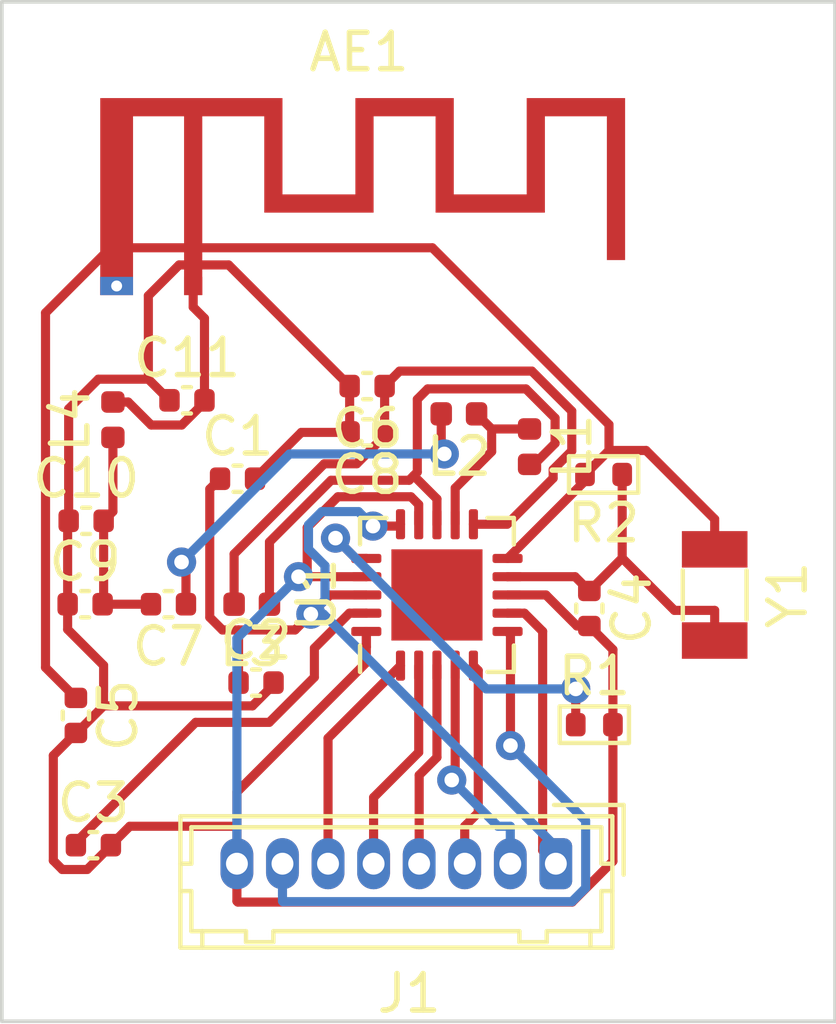
<source format=kicad_pcb>
(kicad_pcb (version 20221018) (generator pcbnew)
  (layers (0 "F.Cu" signal) (31 "B.Cu" signal) (34 "B.Paste" user) (35 "F.Paste" user) (36 "B.SilkS" user "B.Silkscreen") (37 "F.SilkS" user "F.Silkscreen") (38 "B.Mask" user) (39 "F.Mask" user) (44 "Edge.Cuts" user))
  (net 0 "")
  (net 1 "Net-(AE1-A)")
  (net 2 "VDD")
  (net 3 "GND")
  (net 4 "Net-(U1-DVDD)")
  (net 5 "Net-(U1-XC2)")
  (net 6 "Net-(U1-XC1)")
  (net 7 "Net-(U1-VDD_PA)")
  (net 8 "Net-(C7-Pad1)")
  (net 9 "Net-(C10-Pad2)")
  (net 10 "Net-(J1-Pin_2)")
  (net 11 "Net-(J1-Pin_3)")
  (net 12 "Net-(J1-Pin_4)")
  (net 13 "Net-(J1-Pin_5)")
  (net 14 "Net-(J1-Pin_6)")
  (net 15 "Net-(J1-Pin_7)")
  (net 16 "Net-(U1-ANT1)")
  (net 17 "Net-(U1-ANT2)")
  (net 18 "Net-(U1-IREF)")
  (footprint "Capacitor_SMD:C_0402_1005Metric" (layer "F.Cu") (at 151.247 82.413)
    (fp_text reference "C1" (at 0 -1.16) (layer "F.SilkS"))
    (fp_text value "10nf")
    (fp_line (start -0.107836 -0.36) (end 0.107836 -0.36) (stroke (width 0.12)) (layer "F.SilkS"))
    (fp_line (start -0.107836 0.36) (end 0.107836 0.36) (stroke (width 0.12)) (layer "F.SilkS"))
    (pad "1" smd roundrect (at -0.48 0) (size 0.56 0.62) (layers "F.Cu" "F.Paste" "F.Mask") (net 2 "VDD"))
    (pad "2" smd roundrect (at 0.48 0) (size 0.56 0.62) (layers "F.Cu" "F.Paste" "F.Mask") (net 3 "GND"))
  )
  (footprint "Capacitor_SMD:C_0402_1005Metric" (layer "F.Cu") (at 160.899 85.969 -90)
    (fp_text reference "C4" (at 0 -1.16 90) (layer "F.SilkS"))
    (fp_text value "22p")
    (fp_line (start -0.107836 -0.36) (end 0.107836 -0.36) (stroke (width 0.12)) (layer "F.SilkS"))
    (fp_line (start -0.107836 0.36) (end 0.107836 0.36) (stroke (width 0.12)) (layer "F.SilkS"))
    (pad "1" smd roundrect (at -0.48 0 270) (size 0.56 0.62) (layers "F.Cu" "F.Paste" "F.Mask") (net 5 "Net-(U1-XC2)"))
    (pad "2" smd roundrect (at 0.48 0 270) (size 0.56 0.62) (layers "F.Cu" "F.Paste" "F.Mask") (net 3 "GND"))
  )
  (footprint "Capacitor_SMD:C_0402_1005Metric" (layer "F.Cu") (at 151.755 88.001)
    (fp_text reference "C2" (at 0 -1.16) (layer "F.SilkS"))
    (fp_text value "1nf")
    (fp_line (start -0.107836 -0.36) (end 0.107836 -0.36) (stroke (width 0.12)) (layer "F.SilkS"))
    (fp_line (start -0.107836 0.36) (end 0.107836 0.36) (stroke (width 0.12)) (layer "F.SilkS"))
    (pad "1" smd roundrect (at -0.48 0) (size 0.56 0.62) (layers "F.Cu" "F.Paste" "F.Mask") (net 2 "VDD"))
    (pad "2" smd roundrect (at 0.48 0) (size 0.56 0.62) (layers "F.Cu" "F.Paste" "F.Mask") (net 3 "GND"))
  )
  (footprint "Capacitor_SMD:C_0402_1005Metric" (layer "F.Cu") (at 154.803 81.143 180)
    (fp_text reference "C8" (at 0 -1.16) (layer "F.SilkS"))
    (fp_text value "C_Small")
    (fp_line (start -0.107836 -0.36) (end 0.107836 -0.36) (stroke (width 0.12)) (layer "F.SilkS"))
    (fp_line (start -0.107836 0.36) (end 0.107836 0.36) (stroke (width 0.12)) (layer "F.SilkS"))
    (pad "1" smd roundrect (at -0.48 0 180) (size 0.56 0.62) (layers "F.Cu" "F.Paste" "F.Mask") (net 7 "Net-(U1-VDD_PA)"))
    (pad "2" smd roundrect (at 0.48 0 180) (size 0.56 0.62) (layers "F.Cu" "F.Paste" "F.Mask") (net 3 "GND"))
  )
  (footprint "Capacitor_SMD:C_0402_1005Metric" (layer "F.Cu") (at 149.352 85.852 180)
    (fp_text reference "C7" (at 0 -1.16) (layer "F.SilkS"))
    (fp_text value "1.5pf")
    (fp_line (start -0.107836 -0.36) (end 0.107836 -0.36) (stroke (width 0.12)) (layer "F.SilkS"))
    (fp_line (start -0.107836 0.36) (end 0.107836 0.36) (stroke (width 0.12)) (layer "F.SilkS"))
    (pad "1" smd roundrect (at -0.48 0 180) (size 0.56 0.62) (layers "F.Cu" "F.Paste" "F.Mask") (net 8 "Net-(C7-Pad1)"))
    (pad "2" smd roundrect (at 0.48 0 180) (size 0.56 0.62) (layers "F.Cu" "F.Paste" "F.Mask") (net 9 "Net-(C10-Pad2)"))
  )
  (footprint "Capacitor_SMD:C_0402_1005Metric" (layer "F.Cu") (at 149.86 80.264)
    (fp_text reference "C11" (at 0 -1.16) (layer "F.SilkS"))
    (fp_text value "Cx")
    (fp_line (start -0.107836 -0.36) (end 0.107836 -0.36) (stroke (width 0.12)) (layer "F.SilkS"))
    (fp_line (start -0.107836 0.36) (end 0.107836 0.36) (stroke (width 0.12)) (layer "F.SilkS"))
    (pad "1" smd roundrect (at -0.48 0) (size 0.56 0.62) (layers "F.Cu" "F.Paste" "F.Mask") (net 3 "GND"))
    (pad "2" smd roundrect (at 0.48 0) (size 0.56 0.62) (layers "F.Cu" "F.Paste" "F.Mask") (net 1 "Net-(AE1-A)"))
  )
  (footprint "Capacitor_SMD:C_0402_1005Metric" (layer "F.Cu") (at 147.094 83.566)
    (fp_text reference "C10" (at 0 -1.16) (layer "F.SilkS"))
    (fp_text value "Cx")
    (fp_line (start -0.107836 -0.36) (end 0.107836 -0.36) (stroke (width 0.12)) (layer "F.SilkS"))
    (fp_line (start -0.107836 0.36) (end 0.107836 0.36) (stroke (width 0.12)) (layer "F.SilkS"))
    (pad "1" smd roundrect (at -0.48 0) (size 0.56 0.62) (layers "F.Cu" "F.Paste" "F.Mask") (net 3 "GND"))
    (pad "2" smd roundrect (at 0.48 0) (size 0.56 0.62) (layers "F.Cu" "F.Paste" "F.Mask") (net 9 "Net-(C10-Pad2)"))
  )
  (footprint "Connector_Hirose:Hirose_DF13-08P-1.25DSA_1x08_P1.25mm_Vertical" (layer "F.Cu") (at 159.98 92.964 180)
    (fp_text reference "J1" (at 4.024 -3.556) (layer "F.SilkS"))
    (fp_text value "Conn_01x08_Pin")
    (fp_line (start -1.86 -0.3) (end -1.86 1.61) (stroke (width 0.12)) (layer "F.SilkS"))
    (fp_line (start -1.86 1.61) (end 0.05 1.61) (stroke (width 0.12)) (layer "F.SilkS"))
    (fp_line (start -1.55 -2.3) (end -1.55 1.3) (stroke (width 0.12)) (layer "F.SilkS"))
    (fp_line (start -1.55 -0.75) (end -1.25 -0.75) (stroke (width 0.12)) (layer "F.SilkS"))
    (fp_line (start -1.55 0) (end -1.25 0) (stroke (width 0.12)) (layer "F.SilkS"))
    (fp_line (start -1.55 1.3) (end 10.3 1.3) (stroke (width 0.12)) (layer "F.SilkS"))
    (fp_line (start -1.25 -1.85) (end -0.95 -1.85) (stroke (width 0.12)) (layer "F.SilkS"))
    (fp_line (start -1.25 -0.75) (end -1.25 -1.85) (stroke (width 0.12)) (layer "F.SilkS"))
    (fp_line (start -1.25 0) (end -1.25 1) (stroke (width 0.12)) (layer "F.SilkS"))
    (fp_line (start -1.25 1) (end 10 1) (stroke (width 0.12)) (layer "F.SilkS"))
    (fp_line (start -0.95 -1.85) (end -0.95 -2.3) (stroke (width 0.12)) (layer "F.SilkS"))
    (fp_line (start -0.95 -1.85) (end 0.25 -1.85) (stroke (width 0.12)) (layer "F.SilkS"))
    (fp_line (start 0.25 -2.15) (end 1 -2.15) (stroke (width 0.12)) (layer "F.SilkS"))
    (fp_line (start 0.25 -1.85) (end 0.25 -2.15) (stroke (width 0.12)) (layer "F.SilkS"))
    (fp_line (start 1 -2.15) (end 1 -1.85) (stroke (width 0.12)) (layer "F.SilkS"))
    (fp_line (start 1 -1.85) (end 7.75 -1.85) (stroke (width 0.12)) (layer "F.SilkS"))
    (fp_line (start 7.75 -2.15) (end 8.5 -2.15) (stroke (width 0.12)) (layer "F.SilkS"))
    (fp_line (start 7.75 -1.85) (end 7.75 -2.15) (stroke (width 0.12)) (layer "F.SilkS"))
    (fp_line (start 8.5 -2.15) (end 8.5 -1.85) (stroke (width 0.12)) (layer "F.SilkS"))
    (fp_line (start 8.5 -1.85) (end 9.7 -1.85) (stroke (width 0.12)) (layer "F.SilkS"))
    (fp_line (start 9.7 -1.85) (end 9.7 -2.3) (stroke (width 0.12)) (layer "F.SilkS"))
    (fp_line (start 10 -1.85) (end 9.7 -1.85) (stroke (width 0.12)) (layer "F.SilkS"))
    (fp_line (start 10 -0.75) (end 10 -1.85) (stroke (width 0.12)) (layer "F.SilkS"))
    (fp_line (start 10 0) (end 10.3 0) (stroke (width 0.12)) (layer "F.SilkS"))
    (fp_line (start 10 1) (end 10 0) (stroke (width 0.12)) (layer "F.SilkS"))
    (fp_line (start 10.3 -2.3) (end -1.55 -2.3) (stroke (width 0.12)) (layer "F.SilkS"))
    (fp_line (start 10.3 -0.75) (end 10 -0.75) (stroke (width 0.12)) (layer "F.SilkS"))
    (fp_line (start 10.3 1.3) (end 10.3 -2.3) (stroke (width 0.12)) (layer "F.SilkS"))
    (pad "1" thru_hole roundrect (at 0 0 180) (size 0.9 1.4) (drill 0.6) (layers "*.Cu" "*.Mask") (net 2 "VDD"))
    (pad "2" thru_hole oval (at 1.25 0 180) (size 0.9 1.4) (drill 0.6) (layers "*.Cu" "*.Mask") (net 10 "Net-(J1-Pin_2)"))
    (pad "3" thru_hole oval (at 2.5 0 180) (size 0.9 1.4) (drill 0.6) (layers "*.Cu" "*.Mask") (net 11 "Net-(J1-Pin_3)"))
    (pad "4" thru_hole oval (at 3.75 0 180) (size 0.9 1.4) (drill 0.6) (layers "*.Cu" "*.Mask") (net 12 "Net-(J1-Pin_4)"))
    (pad "5" thru_hole oval (at 5 0 180) (size 0.9 1.4) (drill 0.6) (layers "*.Cu" "*.Mask") (net 13 "Net-(J1-Pin_5)"))
    (pad "6" thru_hole oval (at 6.25 0 180) (size 0.9 1.4) (drill 0.6) (layers "*.Cu" "*.Mask") (net 14 "Net-(J1-Pin_6)"))
    (pad "7" thru_hole oval (at 7.5 0 180) (size 0.9 1.4) (drill 0.6) (layers "*.Cu" "*.Mask") (net 15 "Net-(J1-Pin_7)"))
    (pad "8" thru_hole oval (at 8.75 0 180) (size 0.9 1.4) (drill 0.6) (layers "*.Cu" "*.Mask") (net 3 "GND"))
  )
  (footprint "Capacitor_SMD:C_0402_1005Metric" (layer "F.Cu") (at 147.066 85.852)
    (fp_text reference "C9" (at 0 -1.16) (layer "F.SilkS"))
    (fp_text value "1pf")
    (fp_line (start -0.107836 -0.36) (end 0.107836 -0.36) (stroke (width 0.12)) (layer "F.SilkS"))
    (fp_line (start -0.107836 0.36) (end 0.107836 0.36) (stroke (width 0.12)) (layer "F.SilkS"))
    (pad "1" smd roundrect (at -0.48 0) (size 0.56 0.62) (layers "F.Cu" "F.Paste" "F.Mask") (net 3 "GND"))
    (pad "2" smd roundrect (at 0.48 0) (size 0.56 0.62) (layers "F.Cu" "F.Paste" "F.Mask") (net 9 "Net-(C10-Pad2)"))
  )
  (footprint "Capacitor_SMD:C_0402_1005Metric" (layer "F.Cu") (at 146.812 88.9 -90)
    (fp_text reference "C5" (at 0 -1.16 90) (layer "F.SilkS"))
    (fp_text value "22p")
    (fp_line (start -0.107836 -0.36) (end 0.107836 -0.36) (stroke (width 0.12)) (layer "F.SilkS"))
    (fp_line (start -0.107836 0.36) (end 0.107836 0.36) (stroke (width 0.12)) (layer "F.SilkS"))
    (pad "1" smd roundrect (at -0.48 0 270) (size 0.56 0.62) (layers "F.Cu" "F.Paste" "F.Mask") (net 6 "Net-(U1-XC1)"))
    (pad "2" smd roundrect (at 0.48 0 270) (size 0.56 0.62) (layers "F.Cu" "F.Paste" "F.Mask") (net 3 "GND"))
  )
  (footprint "Inductor_SMD:L_0402_1005Metric" (layer "F.Cu") (at 151.638 85.852 180)
    (fp_text reference "L3" (at 0 -1.17) (layer "F.SilkS"))
    (fp_text value "2.7nH")
    (pad "1" smd roundrect (at -0.485 0 180) (size 0.59 0.64) (layers "F.Cu" "F.Paste" "F.Mask") (net 17 "Net-(U1-ANT2)"))
    (pad "2" smd roundrect (at 0.485 0 180) (size 0.59 0.64) (layers "F.Cu" "F.Paste" "F.Mask") (net 7 "Net-(U1-VDD_PA)"))
  )
  (footprint "Capacitor_SMD:C_0402_1005Metric" (layer "F.Cu") (at 154.803 79.873 180)
    (fp_text reference "C6" (at 0 -1.16) (layer "F.SilkS"))
    (fp_text value "C_Small")
    (fp_line (start -0.107836 -0.36) (end 0.107836 -0.36) (stroke (width 0.12)) (layer "F.SilkS"))
    (fp_line (start -0.107836 0.36) (end 0.107836 0.36) (stroke (width 0.12)) (layer "F.SilkS"))
    (pad "1" smd roundrect (at -0.48 0 180) (size 0.56 0.62) (layers "F.Cu" "F.Paste" "F.Mask") (net 7 "Net-(U1-VDD_PA)"))
    (pad "2" smd roundrect (at 0.48 0 180) (size 0.56 0.62) (layers "F.Cu" "F.Paste" "F.Mask") (net 3 "GND"))
  )
  (footprint "Inductor_SMD:L_0402_1005Metric" (layer "F.Cu") (at 159.258 81.534 -90)
    (fp_text reference "L1" (at 0 -1.17 90) (layer "F.SilkS"))
    (fp_text value "8.2nH")
    (pad "1" smd roundrect (at -0.485 0 270) (size 0.59 0.64) (layers "F.Cu" "F.Paste" "F.Mask") (net 16 "Net-(U1-ANT1)"))
    (pad "2" smd roundrect (at 0.485 0 270) (size 0.59 0.64) (layers "F.Cu" "F.Paste" "F.Mask") (net 17 "Net-(U1-ANT2)"))
  )
  (footprint "RF_Antenna:Texas_SWRA117D_2.4GHz_Right" (layer "F.Cu") (at 150.03 77.13)
    (fp_text reference "AE1" (at 4.55 -6.41) (layer "F.SilkS"))
    (fp_text value "Antenna")
    (fp_poly (pts (xy 2.45 -2.51) (xy 4.45 -2.51) (xy 4.45 -5.15) (xy 7.15 -5.15) (xy 7.15 -2.51) (xy 9.15 -2.51) (xy 9.15 -5.15) (xy 11.85 -5.15) (xy 11.85 -0.71) (xy 11.35 -0.71) (xy 11.35 -4.65) (xy 9.65 -4.65) (xy 9.65 -2.01) (xy 6.65 -2.01) (xy 6.65 -4.65) (xy 4.95 -4.65) (xy 4.95 -2.01) (xy 1.95 -2.01) (xy 1.95 -4.65) (xy 0.25 -4.65) (xy 0.25 0.25) (xy -0.25 0.25) (xy -0.25 -4.65) (xy -1.65 -4.65) (xy -1.65 0.25) (xy -2.55 0.25) (xy -2.55 0.006785) (xy -2.247583 0.006785) (xy -2.237742 0.054395) (xy -2.213674 0.096797) (xy -2.175731 0.129581) (xy -2.167819 0.133935) (xy -2.125156 0.146043) (xy -2.076637 0.1453) (xy -2.031122 0.1324) (xy -2.012511 0.121787) (xy -1.978868 0.086553) (xy -1.958309 0.041368) (xy -1.951778 -0.008158) (xy -1.960218 -0.056417) (xy -1.977112 -0.088643) (xy -2.012372 -0.121313) (xy -2.057682 -0.141408) (xy -2.107267 -0.147982) (xy -2.155353 -0.140092) (xy -2.188245 -0.123186) (xy -2.223185 -0.086416) (xy -2.242847 -0.041622) (xy -2.247583 0.006785) (xy -2.55 0.006785) (xy -2.55 -5.15) (xy 2.45 -5.15) (xy 2.45 -2.51)) (fill solid) (layer "F.Cu"))
    (pad "1" connect rect (at 0 0) (size 0.5 0.5) (layers "F.Cu") (net 1 "Net-(AE1-A)"))
    (pad "2" thru_hole rect (at -2.1 0) (size 0.9 0.5) (drill 0.3) (layers "*.Cu"))
  )
  (footprint "Inductor_SMD:L_0402_1005Metric" (layer "F.Cu") (at 147.828 80.795 90)
    (fp_text reference "L4" (at 0 -1.17 90) (layer "F.SilkS"))
    (fp_text value "Lx")
    (pad "1" smd roundrect (at -0.485 0 90) (size 0.59 0.64) (layers "F.Cu" "F.Paste" "F.Mask") (net 9 "Net-(C10-Pad2)"))
    (pad "2" smd roundrect (at 0.485 0 90) (size 0.59 0.64) (layers "F.Cu" "F.Paste" "F.Mask") (net 1 "Net-(AE1-A)"))
  )
  (footprint "Crystal:Crystal_SMD_3215-2Pin_3.2x1.5mm" (layer "F.Cu") (at 164.338 85.598 -90)
    (fp_text reference "Y1" (at 0 -2 90) (layer "F.SilkS"))
    (fp_text value "16MHz")
    (fp_line (start -0.675 -0.875) (end 0.675 -0.875) (stroke (width 0.12)) (layer "F.SilkS"))
    (fp_line (start -0.675 0.875) (end 0.675 0.875) (stroke (width 0.12)) (layer "F.SilkS"))
    (pad "1" smd rect (at 1.25 0 270) (size 1 1.8) (layers "F.Cu" "F.Paste" "F.Mask") (net 5 "Net-(U1-XC2)"))
    (pad "2" smd rect (at -1.25 0 270) (size 1 1.8) (layers "F.Cu" "F.Paste" "F.Mask") (net 6 "Net-(U1-XC1)"))
  )
  (footprint "Capacitor_SMD:C_0402_1005Metric" (layer "F.Cu") (at 147.292 92.456)
    (fp_text reference "C3" (at 0 -1.16) (layer "F.SilkS"))
    (fp_text value "33nf")
    (fp_line (start -0.107836 -0.36) (end 0.107836 -0.36) (stroke (width 0.12)) (layer "F.SilkS"))
    (fp_line (start -0.107836 0.36) (end 0.107836 0.36) (stroke (width 0.12)) (layer "F.SilkS"))
    (pad "1" smd roundrect (at -0.48 0) (size 0.56 0.62) (layers "F.Cu" "F.Paste" "F.Mask") (net 4 "Net-(U1-DVDD)"))
    (pad "2" smd roundrect (at 0.48 0) (size 0.56 0.62) (layers "F.Cu" "F.Paste" "F.Mask") (net 3 "GND"))
  )
  (footprint "Inductor_SMD:L_0402_1005Metric" (layer "F.Cu") (at 157.32 80.635 180)
    (fp_text reference "L2" (at 0 -1.17) (layer "F.SilkS"))
    (fp_text value "3.9nH")
    (pad "1" smd roundrect (at -0.485 0 180) (size 0.59 0.64) (layers "F.Cu" "F.Paste" "F.Mask") (net 16 "Net-(U1-ANT1)"))
    (pad "2" smd roundrect (at 0.485 0 180) (size 0.59 0.64) (layers "F.Cu" "F.Paste" "F.Mask") (net 8 "Net-(C7-Pad1)"))
  )
  (footprint "PCM_Resistor_SMD_AKL:R_0402_1005Metric" (layer "F.Cu") (at 161.036 89.154)
    (fp_text reference "R1" (at 0 -1.3335) (layer "F.SilkS"))
    (fp_text value "22k" hide)
    (fp_line (start -0.95 -0.5) (end -0.95 0.5) (stroke (width 0.12)) (layer "F.SilkS"))
    (fp_line (start -0.95 0.5) (end 0.95 0.5) (stroke (width 0.12)) (layer "F.SilkS"))
    (fp_line (start 0.95 -0.5) (end -0.95 -0.5) (stroke (width 0.12)) (layer "F.SilkS"))
    (fp_line (start 0.95 0.5) (end 0.95 -0.5) (stroke (width 0.12)) (layer "F.SilkS"))
    (pad "1" smd roundrect (at -0.51 0) (size 0.54 0.64) (layers "F.Cu" "F.Paste" "F.Mask") (net 18 "Net-(U1-IREF)"))
    (pad "2" smd roundrect (at 0.51 0) (size 0.54 0.64) (layers "F.Cu" "F.Paste" "F.Mask") (net 3 "GND"))
  )
  (footprint "Package_DFN_QFN:QFN-20-1EP_4x4mm_P0.5mm_EP2.5x2.5mm" (layer "F.Cu") (at 156.718 85.598 90)
    (fp_text reference "U1" (at 0 -3.3 90) (layer "F.SilkS"))
    (fp_text value "NRF24L01")
    (fp_line (start -2.11 2.11) (end -2.11 1.385) (stroke (width 0.12)) (layer "F.SilkS"))
    (fp_line (start -1.385 -2.11) (end -2.11 -2.11) (stroke (width 0.12)) (layer "F.SilkS"))
    (fp_line (start -1.385 2.11) (end -2.11 2.11) (stroke (width 0.12)) (layer "F.SilkS"))
    (fp_line (start 1.385 -2.11) (end 2.11 -2.11) (stroke (width 0.12)) (layer "F.SilkS"))
    (fp_line (start 1.385 2.11) (end 2.11 2.11) (stroke (width 0.12)) (layer "F.SilkS"))
    (fp_line (start 2.11 -2.11) (end 2.11 -1.385) (stroke (width 0.12)) (layer "F.SilkS"))
    (fp_line (start 2.11 2.11) (end 2.11 1.385) (stroke (width 0.12)) (layer "F.SilkS"))
    (pad "1" smd roundrect (at -1.9375 -1 90) (size 0.825 0.25) (layers "F.Cu" "F.Paste" "F.Mask") (net 14 "Net-(J1-Pin_6)"))
    (pad "2" smd roundrect (at -1.9375 -0.5 90) (size 0.825 0.25) (layers "F.Cu" "F.Paste" "F.Mask") (net 13 "Net-(J1-Pin_5)"))
    (pad "3" smd roundrect (at -1.9375 0 90) (size 0.825 0.25) (layers "F.Cu" "F.Paste" "F.Mask") (net 12 "Net-(J1-Pin_4)"))
    (pad "4" smd roundrect (at -1.9375 0.5 90) (size 0.825 0.25) (layers "F.Cu" "F.Paste" "F.Mask") (net 10 "Net-(J1-Pin_2)"))
    (pad "5" smd roundrect (at -1.9375 1 90) (size 0.825 0.25) (layers "F.Cu" "F.Paste" "F.Mask") (net 11 "Net-(J1-Pin_3)"))
    (pad "6" smd roundrect (at -1 1.9375 90) (size 0.25 0.825) (layers "F.Cu" "F.Paste" "F.Mask") (net 15 "Net-(J1-Pin_7)"))
    (pad "7" smd roundrect (at -0.5 1.9375 90) (size 0.25 0.825) (layers "F.Cu" "F.Paste" "F.Mask") (net 2 "VDD"))
    (pad "8" smd roundrect (at 0 1.9375 90) (size 0.25 0.825) (layers "F.Cu" "F.Paste" "F.Mask") (net 3 "GND"))
    (pad "9" smd roundrect (at 0.5 1.9375 90) (size 0.25 0.825) (layers "F.Cu" "F.Paste" "F.Mask") (net 5 "Net-(U1-XC2)"))
    (pad "10" smd roundrect (at 1 1.9375 90) (size 0.25 0.825) (layers "F.Cu" "F.Paste" "F.Mask") (net 6 "Net-(U1-XC1)"))
    (pad "11" smd roundrect (at 1.9375 1 90) (size 0.825 0.25) (layers "F.Cu" "F.Paste" "F.Mask") (net 7 "Net-(U1-VDD_PA)"))
    (pad "12" smd roundrect (at 1.9375 0.5 90) (size 0.825 0.25) (layers "F.Cu" "F.Paste" "F.Mask") (net 16 "Net-(U1-ANT1)"))
    (pad "13" smd roundrect (at 1.9375 0 90) (size 0.825 0.25) (layers "F.Cu" "F.Paste" "F.Mask") (net 17 "Net-(U1-ANT2)"))
    (pad "14" smd roundrect (at 1.9375 -0.5 90) (size 0.825 0.25) (layers "F.Cu" "F.Paste" "F.Mask") (net 3 "GND"))
    (pad "15" smd roundrect (at 1.9375 -1 90) (size 0.825 0.25) (layers "F.Cu" "F.Paste" "F.Mask") (net 2 "VDD"))
    (pad "16" smd roundrect (at 1 -1.9375 90) (size 0.25 0.825) (layers "F.Cu" "F.Paste" "F.Mask") (net 18 "Net-(U1-IREF)"))
    (pad "17" smd roundrect (at 0.5 -1.9375 90) (size 0.25 0.825) (layers "F.Cu" "F.Paste" "F.Mask") (net 3 "GND"))
    (pad "18" smd roundrect (at 0 -1.9375 90) (size 0.25 0.825) (layers "F.Cu" "F.Paste" "F.Mask") (net 2 "VDD"))
    (pad "19" smd roundrect (at -0.5 -1.9375 90) (size 0.25 0.825) (layers "F.Cu" "F.Paste" "F.Mask") (net 4 "Net-(U1-DVDD)"))
    (pad "20" smd roundrect (at -1 -1.9375 90) (size 0.25 0.825) (layers "F.Cu" "F.Paste" "F.Mask") (net 3 "GND"))
    (pad "21" smd rect (at 0 0 90) (size 2.5 2.5) (layers "F.Cu" "F.Mask"))
  )
  (footprint "PCM_Resistor_SMD_AKL:R_0402_1005Metric" (layer "F.Cu") (at 161.29 82.296 180)
    (fp_text reference "R2" (at 0 -1.3335) (layer "F.SilkS"))
    (fp_text value "10M" hide)
    (fp_line (start -0.95 -0.5) (end -0.95 0.5) (stroke (width 0.12)) (layer "F.SilkS"))
    (fp_line (start -0.95 0.5) (end 0.95 0.5) (stroke (width 0.12)) (layer "F.SilkS"))
    (fp_line (start 0.95 -0.5) (end -0.95 -0.5) (stroke (width 0.12)) (layer "F.SilkS"))
    (fp_line (start 0.95 0.5) (end 0.95 -0.5) (stroke (width 0.12)) (layer "F.SilkS"))
    (pad "1" smd roundrect (at -0.51 0 180) (size 0.54 0.64) (layers "F.Cu" "F.Paste" "F.Mask") (net 5 "Net-(U1-XC2)"))
    (pad "2" smd roundrect (at 0.51 0 180) (size 0.54 0.64) (layers "F.Cu" "F.Paste" "F.Mask") (net 6 "Net-(U1-XC1)"))
  )
  (gr_line (start 167.64 97.282) (end 144.78 97.282) (stroke (width 0.1)) (layer "Edge.Cuts"))
  (gr_line (start 167.64 69.342) (end 167.64 97.282) (stroke (width 0.1)) (layer "Edge.Cuts"))
  (gr_line (start 144.78 97.282) (end 144.78 69.342) (stroke (width 0.1)) (layer "Edge.Cuts"))
  (gr_line (start 144.78 69.342) (end 167.64 69.342) (stroke (width 0.1)) (layer "Edge.Cuts"))
  (segment (start 148.246 80.31) (end 147.828 80.31) (width 0.25) (layer "F.Cu") (net 1))
  (segment (start 149.716 80.9413) (end 148.878 80.9413) (width 0.25) (layer "F.Cu") (net 1))
  (segment (start 150.34 80.264) (end 150.34 80.3176) (width 0.25) (layer "F.Cu") (net 1))
  (segment (start 150.34 80.3176) (end 149.716 80.9413) (width 0.25) (layer "F.Cu") (net 1))
  (segment (start 150.34 78.0169) (end 150.34 80.264) (width 0.25) (layer "F.Cu") (net 1))
  (segment (start 150.03 77.13) (end 150.03 77.7069) (width 0.25) (layer "F.Cu") (net 1))
  (segment (start 148.878 80.9413) (end 148.246 80.31) (width 0.25) (layer "F.Cu") (net 1))
  (segment (start 150.03 77.7069) (end 150.34 78.0169) (width 0.25) (layer "F.Cu") (net 1))
  (segment (start 153.258 86.1242) (end 152.824 86.5582) (width 0.25) (layer "F.Cu") (net 2))
  (segment (start 155.667 83.7111) (end 155.718 83.6605) (width 0.25) (layer "F.Cu") (net 2))
  (segment (start 150.832 86.5582) (end 150.485 86.2116) (width 0.25) (layer "F.Cu") (net 2))
  (segment (start 150.485 86.2116) (end 150.485 82.695) (width 0.25) (layer "F.Cu") (net 2))
  (segment (start 153.784 85.598) (end 153.258 86.1242) (width 0.25) (layer "F.Cu") (net 2))
  (segment (start 159.119 86.098) (end 158.656 86.098) (width 0.25) (layer "F.Cu") (net 2))
  (segment (start 151.275 86.5582) (end 151.275 88.001) (width 0.25) (layer "F.Cu") (net 2))
  (segment (start 159.618 86.5972) (end 159.119 86.098) (width 0.25) (layer "F.Cu") (net 2))
  (segment (start 159.618 92.6023) (end 159.618 86.5972) (width 0.25) (layer "F.Cu") (net 2))
  (segment (start 154.78 85.598) (end 154.7805 85.598) (width 0.25) (layer "F.Cu") (net 2))
  (segment (start 159.98 92.964) (end 159.618 92.6023) (width 0.25) (layer "F.Cu") (net 2))
  (segment (start 152.824 86.5582) (end 151.275 86.5582) (width 0.25) (layer "F.Cu") (net 2))
  (segment (start 150.485 82.695) (end 150.767 82.413) (width 0.25) (layer "F.Cu") (net 2))
  (segment (start 151.275 86.5582) (end 150.832 86.5582) (width 0.25) (layer "F.Cu") (net 2))
  (segment (start 154.963 83.7111) (end 155.667 83.7111) (width 0.25) (layer "F.Cu") (net 2))
  (segment (start 154.78 85.598) (end 153.784 85.598) (width 0.25) (layer "F.Cu") (net 2))
  (segment (start 158.656 86.098) (end 158.6555 86.098) (width 0.25) (layer "F.Cu") (net 2))
  (via (at 153.258 86.1242) (size 0.8) (drill 0.4) (layers "F.Cu" "B.Cu") (net 2))
  (via (at 154.963 83.7111) (size 0.8) (drill 0.4) (layers "F.Cu" "B.Cu") (net 2))
  (segment (start 153.647 84.797) (end 153.194 84.3443) (width 0.25) (layer "B.Cu") (net 2))
  (segment (start 153.194 83.6765) (end 153.557 83.3138) (width 0.25) (layer "B.Cu") (net 2))
  (segment (start 153.606 86.1242) (end 153.258 86.1242) (width 0.25) (layer "B.Cu") (net 2))
  (segment (start 153.258 86.1242) (end 153.647 85.7355) (width 0.25) (layer "B.Cu") (net 2))
  (segment (start 159.98 92.4983) (end 153.606 86.1242) (width 0.25) (layer "B.Cu") (net 2))
  (segment (start 153.194 84.3443) (end 153.194 83.6765) (width 0.25) (layer "B.Cu") (net 2))
  (segment (start 154.566 83.3138) (end 154.963 83.7111) (width 0.25) (layer "B.Cu") (net 2))
  (segment (start 159.98 92.964) (end 159.98 92.4983) (width 0.25) (layer "B.Cu") (net 2))
  (segment (start 153.557 83.3138) (end 154.566 83.3138) (width 0.25) (layer "B.Cu") (net 2))
  (segment (start 153.647 85.7355) (end 153.647 84.797) (width 0.25) (layer "B.Cu") (net 2))
  (segment (start 146.193 89.9993) (end 146.812 89.38) (width 0.25) (layer "F.Cu") (net 3))
  (segment (start 147.772 92.473) (end 147.122 93.1229) (width 0.25) (layer "F.Cu") (net 3))
  (segment (start 149.645 76.5531) (end 148.8 77.3974) (width 0.25) (layer "F.Cu") (net 3))
  (segment (start 161.546 87.096) (end 160.899 86.449) (width 0.25) (layer "F.Cu") (net 3))
  (segment (start 147.428 79.6843) (end 146.614 80.4979) (width 0.25) (layer "F.Cu") (net 3))
  (segment (start 147.772 92.456) (end 148.291 91.9371) (width 0.25) (layer "F.Cu") (net 3))
  (segment (start 146.586 86.543) (end 146.586 85.852) (width 0.25) (layer "F.Cu") (net 3))
  (segment (start 147.772 92.456) (end 147.772 92.473) (width 0.25) (layer "F.Cu") (net 3))
  (segment (start 151.23 91.9371) (end 151.23 91.0003) (width 0.25) (layer "F.Cu") (net 3))
  (segment (start 156.005 82.9073) (end 156.218 83.1207) (width 0.25) (layer "F.Cu") (net 3))
  (segment (start 151.23 91.0003) (end 154.78 87.4498) (width 0.25) (layer "F.Cu") (net 3))
  (segment (start 151.255 94.0158) (end 160.427 94.0158) (width 0.25) (layer "F.Cu") (net 3))
  (segment (start 153.158 83.7495) (end 154.001 82.9073) (width 0.25) (layer "F.Cu") (net 3))
  (segment (start 151.23 92.964) (end 151.23 93.9909) (width 0.25) (layer "F.Cu") (net 3))
  (segment (start 154.78 87.0239) (end 154.78 86.598) (width 0.25) (layer "F.Cu") (net 3))
  (segment (start 154.323 79.873) (end 151.003 76.5531) (width 0.25) (layer "F.Cu") (net 3))
  (segment (start 151.23 92.964) (end 151.23 91.9371) (width 0.25) (layer "F.Cu") (net 3))
  (segment (start 147.122 93.1229) (end 146.438 93.1229) (width 0.25) (layer "F.Cu") (net 3))
  (segment (start 146.193 92.8779) (end 146.193 89.9993) (width 0.25) (layer "F.Cu") (net 3))
  (segment (start 146.614 80.4979) (end 146.614 83.566) (width 0.25) (layer "F.Cu") (net 3))
  (segment (start 153.158 85.0981) (end 153.158 85.098) (width 0.25) (layer "F.Cu") (net 3))
  (segment (start 151.003 76.5531) (end 149.645 76.5531) (width 0.25) (layer "F.Cu") (net 3))
  (segment (start 152.235 88.0592) (end 152.235 88.001) (width 0.25) (layer "F.Cu") (net 3))
  (segment (start 154.78 85.098) (end 154.7805 85.098) (width 0.25) (layer "F.Cu") (net 3))
  (segment (start 160.559 86.449) (end 159.708 85.598) (width 0.25) (layer "F.Cu") (net 3))
  (segment (start 154.78 87.4498) (end 154.78 87.0239) (width 0.25) (layer "F.Cu") (net 3))
  (segment (start 154.78 87.0239) (end 154.7805 87.0234) (width 0.25) (layer "F.Cu") (net 3))
  (segment (start 149.38 80.264) (end 148.8 79.6843) (width 0.25) (layer "F.Cu") (net 3))
  (segment (start 154.323 79.873) (end 154.323 81.143) (width 0.25) (layer "F.Cu") (net 3))
  (segment (start 146.586 83.594) (end 146.586 85.852) (width 0.25) (layer "F.Cu") (net 3))
  (segment (start 151.656 88.6384) (end 152.235 88.0592) (width 0.25) (layer "F.Cu") (net 3))
  (segment (start 158.656 85.598) (end 158.6555 85.598) (width 0.25) (layer "F.Cu") (net 3))
  (segment (start 146.438 93.1229) (end 146.193 92.8779) (width 0.25) (layer "F.Cu") (net 3))
  (segment (start 147.573 88.6384) (end 147.573 87.5299) (width 0.25) (layer "F.Cu") (net 3))
  (segment (start 161.546 92.8964) (end 161.546 89.154) (width 0.25) (layer "F.Cu") (net 3))
  (segment (start 148.8 77.3974) (end 148.8 79.6843) (width 0.25) (layer "F.Cu") (net 3))
  (segment (start 154.001 82.9073) (end 156.005 82.9073) (width 0.25) (layer "F.Cu") (net 3))
  (segment (start 161.546 89.154) (end 161.546 87.096) (width 0.25) (layer "F.Cu") (net 3))
  (segment (start 146.812 89.38) (end 146.831 89.38) (width 0.25) (layer "F.Cu") (net 3))
  (segment (start 153.158 85.098) (end 153.158 83.7495) (width 0.25) (layer "F.Cu") (net 3))
  (segment (start 152.92 85.0981) (end 153.158 85.0981) (width 0.25) (layer "F.Cu") (net 3))
  (segment (start 147.573 87.5299) (end 146.586 86.543) (width 0.25) (layer "F.Cu") (net 3))
  (segment (start 148.291 91.9371) (end 151.23 91.9371) (width 0.25) (layer "F.Cu") (net 3))
  (segment (start 148.8 79.6843) (end 147.428 79.6843) (width 0.25) (layer "F.Cu") (net 3))
  (segment (start 152.997 81.143) (end 154.323 81.143) (width 0.25) (layer "F.Cu") (net 3))
  (segment (start 146.614 83.566) (end 146.586 83.594) (width 0.25) (layer "F.Cu") (net 3))
  (segment (start 160.427 94.0158) (end 161.546 92.8964) (width 0.25) (layer "F.Cu") (net 3))
  (segment (start 154.78 85.098) (end 153.158 85.098) (width 0.25) (layer "F.Cu") (net 3))
  (segment (start 160.899 86.449) (end 160.559 86.449) (width 0.25) (layer "F.Cu") (net 3))
  (segment (start 147.573 88.6384) (end 151.656 88.6384) (width 0.25) (layer "F.Cu") (net 3))
  (segment (start 154.7805 87.0234) (end 154.7805 86.598) (width 0.25) (layer "F.Cu") (net 3))
  (segment (start 159.708 85.598) (end 158.656 85.598) (width 0.25) (layer "F.Cu") (net 3))
  (segment (start 151.727 82.413) (end 152.997 81.143) (width 0.25) (layer "F.Cu") (net 3))
  (segment (start 156.218 83.1207) (end 156.218 83.6605) (width 0.25) (layer "F.Cu") (net 3))
  (segment (start 151.23 93.9909) (end 151.255 94.0158) (width 0.25) (layer "F.Cu") (net 3))
  (segment (start 146.831 89.38) (end 147.573 88.6384) (width 0.25) (layer "F.Cu") (net 3))
  (via (at 152.92 85.0981) (size 0.8) (drill 0.4) (layers "F.Cu" "B.Cu") (net 3))
  (segment (start 151.23 92.964) (end 151.23 86.7881) (width 0.25) (layer "B.Cu") (net 3))
  (segment (start 151.23 86.7881) (end 152.92 85.0981) (width 0.25) (layer "B.Cu") (net 3))
  (segment (start 146.812 92.376) (end 150.098 89.0903) (width 0.25) (layer "F.Cu") (net 4))
  (segment (start 154.78 86.098) (end 154.7805 86.098) (width 0.25) (layer "F.Cu") (net 4))
  (segment (start 153.355 87.8519) (end 153.355 87.0575) (width 0.25) (layer "F.Cu") (net 4))
  (segment (start 152.117 89.0903) (end 153.355 87.8519) (width 0.25) (layer "F.Cu") (net 4))
  (segment (start 150.098 89.0903) (end 152.117 89.0903) (width 0.25) (layer "F.Cu") (net 4))
  (segment (start 153.355 87.0575) (end 154.315 86.098) (width 0.25) (layer "F.Cu") (net 4))
  (segment (start 146.812 92.456) (end 146.812 92.376) (width 0.25) (layer "F.Cu") (net 4))
  (segment (start 154.315 86.098) (end 154.78 86.098) (width 0.25) (layer "F.Cu") (net 4))
  (segment (start 161.8 84.588) (end 161.8 82.296) (width 0.25) (layer "F.Cu") (net 5))
  (segment (start 160.899 85.489) (end 161.8 84.588) (width 0.25) (layer "F.Cu") (net 5))
  (segment (start 163.233 86.0211) (end 164.338 86.0211) (width 0.25) (layer "F.Cu") (net 5))
  (segment (start 160.508 85.098) (end 158.656 85.098) (width 0.25) (layer "F.Cu") (net 5))
  (segment (start 164.338 86.0211) (end 164.338 86.848) (width 0.25) (layer "F.Cu") (net 5))
  (segment (start 161.8 84.588) (end 163.233 86.0211) (width 0.25) (layer "F.Cu") (net 5))
  (segment (start 158.656 85.098) (end 158.6555 85.098) (width 0.25) (layer "F.Cu") (net 5))
  (segment (start 160.899 85.489) (end 160.508 85.098) (width 0.25) (layer "F.Cu") (net 5))
  (segment (start 161.438 81.6383) (end 161.438 80.9288) (width 0.25) (layer "F.Cu") (net 6))
  (segment (start 147.762 76.0833) (end 145.979 77.8665) (width 0.25) (layer "F.Cu") (net 6))
  (segment (start 160.78 82.4735) (end 160.78 82.296) (width 0.25) (layer "F.Cu") (net 6))
  (segment (start 158.656 84.598) (end 160.78 82.4735) (width 0.25) (layer "F.Cu") (net 6))
  (segment (start 164.338 84.348) (end 164.338 83.5211) (width 0.25) (layer "F.Cu") (net 6))
  (segment (start 158.6555 84.598) (end 158.656 84.598) (width 0.25) (layer "F.Cu") (net 6))
  (segment (start 162.455 81.6383) (end 161.438 81.6383) (width 0.25) (layer "F.Cu") (net 6))
  (segment (start 145.979 87.5866) (end 146.812 88.42) (width 0.25) (layer "F.Cu") (net 6))
  (segment (start 145.979 77.8665) (end 145.979 87.5866) (width 0.25) (layer "F.Cu") (net 6))
  (segment (start 161.438 80.9288) (end 156.592 76.0833) (width 0.25) (layer "F.Cu") (net 6))
  (segment (start 156.592 76.0833) (end 147.762 76.0833) (width 0.25) (layer "F.Cu") (net 6))
  (segment (start 164.338 83.5211) (end 162.455 81.6383) (width 0.25) (layer "F.Cu") (net 6))
  (segment (start 161.438 81.6383) (end 160.78 82.296) (width 0.25) (layer "F.Cu") (net 6))
  (segment (start 155.693 79.4629) (end 155.283 79.873) (width 0.25) (layer "F.Cu") (net 7))
  (segment (start 155.283 81.2373) (end 154.517 82.0035) (width 0.25) (layer "F.Cu") (net 7))
  (segment (start 155.283 81.143) (end 155.283 81.2373) (width 0.25) (layer "F.Cu") (net 7))
  (segment (start 160.417 81.65) (end 160.417 80.5582) (width 0.25) (layer "F.Cu") (net 7))
  (segment (start 158.644 83.6605) (end 159.906 82.3986) (width 0.25) (layer "F.Cu") (net 7))
  (segment (start 154.517 82.0035) (end 153.626 82.0035) (width 0.25) (layer "F.Cu") (net 7))
  (segment (start 159.906 82.1612) (end 160.417 81.65) (width 0.25) (layer "F.Cu") (net 7))
  (segment (start 159.321 79.4629) (end 155.693 79.4629) (width 0.25) (layer "F.Cu") (net 7))
  (segment (start 151.153 84.4768) (end 151.153 85.852) (width 0.25) (layer "F.Cu") (net 7))
  (segment (start 155.283 81.143) (end 155.283 79.873) (width 0.25) (layer "F.Cu") (net 7))
  (segment (start 157.718 83.6605) (end 158.644 83.6605) (width 0.25) (layer "F.Cu") (net 7))
  (segment (start 159.906 82.3986) (end 159.906 82.1612) (width 0.25) (layer "F.Cu") (net 7))
  (segment (start 153.626 82.0035) (end 151.153 84.4768) (width 0.25) (layer "F.Cu") (net 7))
  (segment (start 160.417 80.5582) (end 159.321 79.4629) (width 0.25) (layer "F.Cu") (net 7))
  (segment (start 156.835 81.6479) (end 156.92 81.7334) (width 0.25) (layer "F.Cu") (net 8))
  (segment (start 149.832 85.852) (end 149.832 84.8176) (width 0.25) (layer "F.Cu") (net 8))
  (segment (start 149.832 84.8176) (end 149.711 84.6966) (width 0.25) (layer "F.Cu") (net 8))
  (segment (start 156.835 80.635) (end 156.835 81.6479) (width 0.25) (layer "F.Cu") (net 8))
  (via (at 156.92 81.7334) (size 0.8) (drill 0.4) (layers "F.Cu" "B.Cu") (net 8))
  (via (at 149.711 84.6966) (size 0.8) (drill 0.4) (layers "F.Cu" "B.Cu") (net 8))
  (segment (start 152.674 81.7334) (end 156.92 81.7334) (width 0.25) (layer "B.Cu") (net 8))
  (segment (start 149.711 84.6966) (end 152.674 81.7334) (width 0.25) (layer "B.Cu") (net 8))
  (segment (start 147.828 83.312) (end 147.828 81.28) (width 0.25) (layer "F.Cu") (net 9))
  (segment (start 147.574 85.852) (end 147.546 85.852) (width 0.25) (layer "F.Cu") (net 9))
  (segment (start 147.574 83.566) (end 147.828 83.312) (width 0.25) (layer "F.Cu") (net 9))
  (segment (start 148.872 85.852) (end 147.574 85.852) (width 0.25) (layer "F.Cu") (net 9))
  (segment (start 147.574 85.852) (end 147.574 83.566) (width 0.25) (layer "F.Cu") (net 9))
  (segment (start 157.218 90.5769) (end 157.218 87.5355) (width 0.25) (layer "F.Cu") (net 10))
  (segment (start 157.124 90.6706) (end 157.218 90.5769) (width 0.25) (layer "F.Cu") (net 10))
  (via (at 157.124 90.6706) (size 0.8) (drill 0.4) (layers "F.Cu" "B.Cu") (net 10))
  (segment (start 158.391 91.9371) (end 157.124 90.6706) (width 0.25) (layer "B.Cu") (net 10))
  (segment (start 158.73 92.964) (end 158.73 91.9371) (width 0.25) (layer "B.Cu") (net 10))
  (segment (start 158.73 91.9371) (end 158.391 91.9371) (width 0.25) (layer "B.Cu") (net 10))
  (segment (start 157.48 91.9371) (end 157.851 91.5659) (width 0.25) (layer "F.Cu") (net 11))
  (segment (start 157.851 87.6687) (end 157.718 87.5355) (width 0.25) (layer "F.Cu") (net 11))
  (segment (start 157.48 92.964) (end 157.48 91.9371) (width 0.25) (layer "F.Cu") (net 11))
  (segment (start 157.851 91.5659) (end 157.851 87.6687) (width 0.25) (layer "F.Cu") (net 11))
  (segment (start 156.23 90.537) (end 156.23 92.964) (width 0.25) (layer "F.Cu") (net 12))
  (segment (start 156.718 90.049) (end 156.23 90.537) (width 0.25) (layer "F.Cu") (net 12))
  (segment (start 156.718 87.5355) (end 156.718 90.049) (width 0.25) (layer "F.Cu") (net 12))
  (segment (start 156.218 89.9099) (end 154.98 91.1479) (width 0.25) (layer "F.Cu") (net 13))
  (segment (start 154.98 91.1479) (end 154.98 92.964) (width 0.25) (layer "F.Cu") (net 13))
  (segment (start 156.218 87.5355) (end 156.218 89.9099) (width 0.25) (layer "F.Cu") (net 13))
  (segment (start 153.73 89.5235) (end 155.718 87.5355) (width 0.25) (layer "F.Cu") (net 14))
  (segment (start 153.73 92.964) (end 153.73 89.5235) (width 0.25) (layer "F.Cu") (net 14))
  (segment (start 158.735 89.7265) (end 158.735 86.6774) (width 0.25) (layer "F.Cu") (net 15))
  (segment (start 158.6955 86.6377) (end 158.656 86.598) (width 0.25) (layer "F.Cu") (net 15))
  (segment (start 158.6952 86.6377) (end 158.6555 86.598) (width 0.25) (layer "F.Cu") (net 15))
  (segment (start 158.735 86.6774) (end 158.6955 86.6377) (width 0.25) (layer "F.Cu") (net 15))
  (segment (start 158.6955 86.6377) (end 158.6952 86.6377) (width 0.25) (layer "F.Cu") (net 15))
  (via (at 158.735 89.7265) (size 0.8) (drill 0.4) (layers "F.Cu" "B.Cu") (net 15))
  (segment (start 160.798 93.6282) (end 160.798 91.7892) (width 0.25) (layer "B.Cu") (net 15))
  (segment (start 152.48 93.9909) (end 152.493 94.0037) (width 0.25) (layer "B.Cu") (net 15))
  (segment (start 152.493 94.0037) (end 160.422 94.0037) (width 0.25) (layer "B.Cu") (net 15))
  (segment (start 160.798 91.7892) (end 158.735 89.7265) (width 0.25) (layer "B.Cu") (net 15))
  (segment (start 160.422 94.0037) (end 160.798 93.6282) (width 0.25) (layer "B.Cu") (net 15))
  (segment (start 152.48 92.964) (end 152.48 93.9909) (width 0.25) (layer "B.Cu") (net 15))
  (segment (start 157.218 82.6703) (end 158.219 81.6693) (width 0.25) (layer "F.Cu") (net 16))
  (segment (start 159.258 81.049) (end 158.219 81.049) (width 0.25) (layer "F.Cu") (net 16))
  (segment (start 157.218 83.6605) (end 157.218 82.6703) (width 0.25) (layer "F.Cu") (net 16))
  (segment (start 158.219 81.6693) (end 158.219 81.049) (width 0.25) (layer "F.Cu") (net 16))
  (segment (start 158.219 81.049) (end 157.805 80.635) (width 0.25) (layer "F.Cu") (net 16))
  (segment (start 159.159 79.9508) (end 159.959 80.7507) (width 0.25) (layer "F.Cu") (net 17))
  (segment (start 152.123 84.1459) (end 152.123 85.852) (width 0.25) (layer "F.Cu") (net 17))
  (segment (start 153.814 82.4554) (end 152.123 84.1459) (width 0.25) (layer "F.Cu") (net 17))
  (segment (start 156.179 80.2364) (end 156.464 79.9508) (width 0.25) (layer "F.Cu") (net 17))
  (segment (start 156.08 82.3291) (end 155.954 82.4554) (width 0.25) (layer "F.Cu") (net 17))
  (segment (start 156.464 79.9508) (end 159.159 79.9508) (width 0.25) (layer "F.Cu") (net 17))
  (segment (start 159.384 82.019) (end 159.258 82.019) (width 0.25) (layer "F.Cu") (net 17))
  (segment (start 156.08 82.3291) (end 156.718 82.9667) (width 0.25) (layer "F.Cu") (net 17))
  (segment (start 155.954 82.4554) (end 153.814 82.4554) (width 0.25) (layer "F.Cu") (net 17))
  (segment (start 159.959 80.7507) (end 159.959 81.4443) (width 0.25) (layer "F.Cu") (net 17))
  (segment (start 156.179 82.2309) (end 156.179 80.2364) (width 0.25) (layer "F.Cu") (net 17))
  (segment (start 156.08 82.3291) (end 156.179 82.2309) (width 0.25) (layer "F.Cu") (net 17))
  (segment (start 159.959 81.4443) (end 159.384 82.019) (width 0.25) (layer "F.Cu") (net 17))
  (segment (start 156.718 82.9667) (end 156.718 83.6605) (width 0.25) (layer "F.Cu") (net 17))
  (segment (start 160.526 89.154) (end 160.526 88.1734) (width 0.25) (layer "F.Cu") (net 18))
  (segment (start 154.78 84.598) (end 154.7805 84.598) (width 0.25) (layer "F.Cu") (net 18))
  (segment (start 153.935 84.0407) (end 154.492 84.598) (width 0.25) (layer "F.Cu") (net 18))
  (segment (start 154.492 84.598) (end 154.78 84.598) (width 0.25) (layer "F.Cu") (net 18))
  (via (at 153.935 84.0407) (size 0.8) (drill 0.4) (layers "F.Cu" "B.Cu") (net 18))
  (via (at 160.526 88.1734) (size 0.8) (drill 0.4) (layers "F.Cu" "B.Cu") (net 18))
  (segment (start 158.068 88.1734) (end 160.526 88.1734) (width 0.25) (layer "B.Cu") (net 18))
  (segment (start 153.935 84.0407) (end 158.068 88.1734) (width 0.25) (layer "B.Cu") (net 18))
)
</source>
